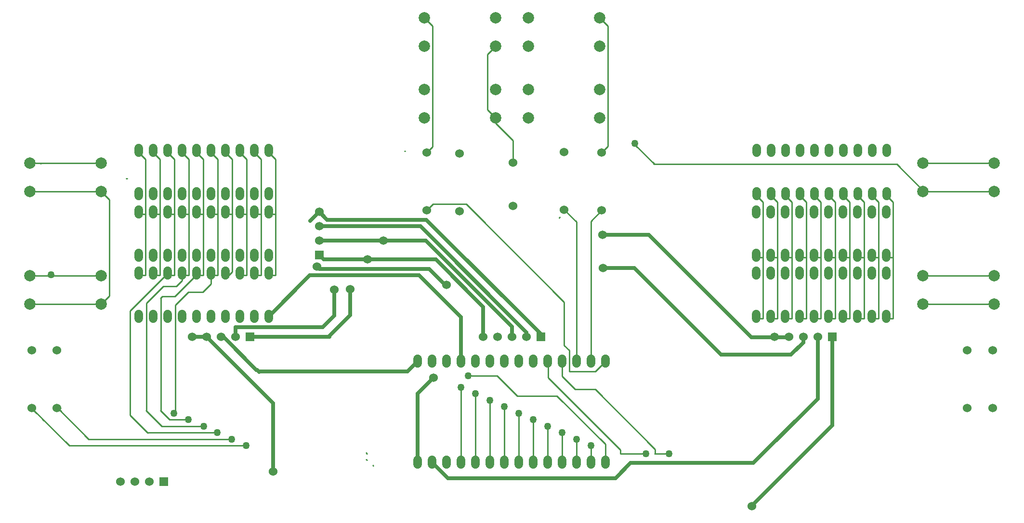
<source format=gbr>
G04 start of page 7 for group 5 idx 5 *
G04 Title: (unknown), bottom *
G04 Creator: pcb 20140316 *
G04 CreationDate: Thu 02 Mar 2017 04:20:42 AM GMT UTC *
G04 For: vince *
G04 Format: Gerber/RS-274X *
G04 PCB-Dimensions (mil): 6900.00 3900.00 *
G04 PCB-Coordinate-Origin: lower left *
%MOIN*%
%FSLAX25Y25*%
%LNBOTTOM*%
%ADD92C,0.0380*%
%ADD91C,0.0285*%
%ADD90C,0.0850*%
%ADD89C,0.1260*%
%ADD88C,0.0709*%
%ADD87C,0.1250*%
%ADD86C,0.0472*%
%ADD85C,0.0200*%
%ADD84C,0.0350*%
%ADD83C,0.0500*%
%ADD82C,0.0001*%
%ADD81C,0.0787*%
%ADD80C,0.0600*%
%ADD79C,0.0250*%
%ADD78C,0.0100*%
G54D78*X378000Y216800D02*X377500Y216300D01*
X381000Y222000D02*Y219800D01*
X399500Y214000D02*X407000Y221500D01*
X411243Y265743D02*X407000Y261500D01*
X430000Y268000D02*Y267000D01*
X443500Y253500D01*
X389500Y213500D02*X381000Y222000D01*
G54D79*X429500Y181500D02*X408000D01*
X439500Y204500D02*X407500D01*
G54D78*X405606Y354843D02*X411243Y349206D01*
Y265743D01*
X284394Y354843D02*X290031Y349206D01*
Y265531D01*
X333606Y285657D02*X327969Y291294D01*
Y329520D02*Y291294D01*
X333606Y335157D02*X327969Y329520D01*
X313200Y225700D02*X319100Y219800D01*
X290200Y225700D02*X286000Y221500D01*
X345500Y224500D03*
X319200Y219700D02*X319300D01*
X333606Y281720D02*X345500Y269827D01*
Y254500D02*Y269827D01*
X333606Y285657D02*Y281720D01*
Y285657D02*Y281720D01*
Y285657D02*Y281720D01*
X284394Y285657D02*X282157D01*
X399500Y117000D02*Y214000D01*
G54D79*X299500Y170000D02*X298500D01*
X287500Y181000D01*
X364750Y135750D02*X285500Y215000D01*
X364750Y133750D02*Y135750D01*
G54D78*X389500Y117000D02*Y213500D01*
X381000Y158000D02*Y128000D01*
X384500Y124500D01*
X319300Y219700D02*X381000Y158000D01*
G54D79*X292175Y187500D02*X325000Y154675D01*
X355000Y137025D02*X281525Y210500D01*
X345000Y140850D02*X285350Y200500D01*
X309500Y147500D02*X280500Y176500D01*
G54D78*X290031Y265531D02*X286000Y261500D01*
X270700Y262450D02*X270950D01*
X270700D02*X270950D01*
X270700D01*
G54D79*X325000Y154675D02*Y134000D01*
G54D78*X161200Y176500D02*X156500D01*
G54D79*X211500Y190500D02*X214500Y187500D01*
X280500Y176500D02*X205000D01*
X287500Y181000D02*X211500D01*
X214500Y187500D03*
G54D78*X313200Y225700D02*X290200D01*
G54D79*X285350Y200500D02*X211500D01*
X281525Y210500D02*X211500D01*
X285500Y215000D02*X217000D01*
X211500Y220500D01*
X292175Y187500D02*X214500D01*
X163500Y134000D02*X218500D01*
X218000D02*X233000Y149000D01*
Y166500D01*
X222000Y166000D02*Y148500D01*
X205000Y176500D02*X176500Y148000D01*
X222000Y148500D02*X214000Y140500D01*
G54D78*X339500Y47000D02*Y85500D01*
X349500Y47000D02*Y81000D01*
X359500Y47000D02*Y76500D01*
X369500Y47000D02*Y72000D01*
X399500Y47500D02*Y58500D01*
G54D79*X427000Y46500D02*X416500Y36000D01*
X300500D01*
X289500Y47000D01*
G54D78*X420000Y53000D02*Y55500D01*
X409500Y58500D02*Y59500D01*
X420000Y55500D02*X370000Y105500D01*
X402500Y97500D02*X388500D01*
X379500Y106500D01*
X376000Y93000D02*X348500D01*
X334500Y107000D01*
X314500D01*
X409500Y47000D02*Y59500D01*
X389500Y47000D02*Y50500D01*
Y47500D02*Y63000D01*
X379500Y47000D02*Y67500D01*
X384500Y124500D02*Y110000D01*
X379500Y106500D02*Y117000D01*
X384500Y110000D02*X402500D01*
X409500Y117000D01*
X400000Y58500D02*X399500Y58000D01*
X409500Y59500D02*X376000Y93000D01*
X437500Y53000D02*X420000D01*
X370000Y105500D02*Y116500D01*
X369500Y117000D01*
X518700Y189000D02*X514000D01*
X518700D02*Y146500D01*
X514000D01*
G54D79*X526000Y133500D02*X536000D01*
X536500Y134000D01*
X527000Y133500D02*X510500D01*
G54D78*X538700Y227064D02*Y189000D01*
X528700Y227064D02*Y189000D01*
X554106Y234657D02*Y233857D01*
Y234657D02*Y233857D01*
Y231657D02*Y233157D01*
Y231657D01*
X514106Y233157D02*Y231657D01*
X443000Y253500D02*X611157D01*
X514106Y234657D02*Y233157D01*
Y234657D02*Y233157D01*
X511606Y234657D02*X514106D01*
X511606D01*
X518700Y227064D02*X514106Y231657D01*
X518700Y227064D02*Y189000D01*
X608700D02*X604000D01*
X608700D02*Y146500D01*
X604000D01*
X598700Y189000D02*Y146500D01*
X594000D01*
X588700Y189000D02*Y146500D01*
X584000D01*
X578700Y189000D02*Y146500D01*
X574000D01*
X568700Y189000D02*Y146500D01*
G54D79*X556500Y134000D02*Y91000D01*
X566500Y134000D02*Y72500D01*
G54D78*X608700Y227064D02*X604106Y231657D01*
X598700Y227064D02*X594106Y231657D01*
X588700Y227064D02*X584106Y231657D01*
X578700Y227064D02*X574106Y231657D01*
X678606Y234657D02*X629394D01*
X629657D02*Y234843D01*
X608700Y227064D02*Y189000D01*
X598700D02*X594000D01*
X598700Y227064D02*Y189000D01*
X588700Y227064D02*Y189000D01*
X675788Y254343D02*X672969D01*
X675788D02*X672969D01*
X629394D01*
X611157Y253500D02*X630000Y234657D01*
X678606Y254343D02*X675788D01*
X678606D02*X675788D01*
X588700Y189000D02*X584000D01*
X578700D02*X574000D01*
X578700Y227064D02*Y189000D01*
X568700D02*X564000D01*
X568700Y227064D02*Y189000D01*
X558700Y227064D02*Y189000D01*
X548700Y227064D02*Y189000D01*
X568700Y146500D02*X564000D01*
X558700D02*X554000D01*
X548700D02*X544000D01*
X538700D02*X534000D01*
X528700D02*X524000D01*
G54D79*X538000Y121500D02*X489500D01*
G54D78*X558700Y189000D02*X554000D01*
X548700D02*X544000D01*
X538700D02*X534000D01*
X528700D02*X524000D01*
X558700D02*Y146500D01*
X548700Y189000D02*Y146500D01*
X538700Y189000D02*Y146500D01*
X528700Y189000D02*Y146500D01*
G54D79*X546500Y134000D02*Y130000D01*
X538000Y121500D01*
G54D78*X678343Y176343D02*X629394D01*
X678606Y156657D02*X629394D01*
G54D79*X489500Y121500D02*X429500Y181500D01*
X510500Y133500D02*X439500Y204500D01*
G54D78*X568700Y227064D02*X564106Y231657D01*
X558700Y227064D02*X554106Y231657D01*
X548700Y227064D02*X544106Y231657D01*
X554106Y233857D02*Y233157D01*
X538700Y227064D02*X534106Y231657D01*
X528700Y227064D02*X524106Y231657D01*
X564106Y233157D02*Y234657D01*
Y233157D01*
Y234657D02*Y233157D01*
Y231657D02*Y233157D01*
Y231657D01*
Y233157D01*
G54D79*X512000Y46500D02*X427000D01*
X556500Y91000D02*X512000Y46500D01*
X566500Y72500D02*X510500Y16500D01*
G54D78*X453500Y53000D02*X443500D01*
X444000D02*Y56000D01*
X402500Y97500D01*
G54D79*X355000Y137025D02*Y134000D01*
X345000Y140850D02*Y134000D01*
G54D78*X514106Y234657D02*X511606D01*
X381000Y222000D02*Y219800D01*
Y222000D02*Y219800D01*
X101200Y256800D02*X96500Y261500D01*
X101200Y256800D02*Y219000D01*
X111200Y256800D02*Y219000D01*
X121200D02*X116500D01*
X121200Y256800D02*Y219000D01*
X91200Y256800D02*X86500Y261500D01*
X171200Y219000D02*X166500D01*
X171200D02*Y176500D01*
X166500D01*
X181200Y219000D02*Y176500D01*
X176500D01*
X181200Y219000D03*
X176500D01*
G54D79*X211500Y220500D02*X205100Y214100D01*
X211500Y181000D02*X210000Y182500D01*
X211500Y200500D03*
G54D78*X111200Y256800D02*X106500Y261500D01*
X121200Y256800D02*X116500Y261500D01*
X131200Y256800D02*X126500Y261500D01*
X141200Y256800D02*X136500Y261500D01*
X106500D02*Y263000D01*
X131200Y219000D02*X126500D01*
X131200Y256800D02*Y219000D01*
X126500Y178000D02*Y177000D01*
X136500Y178000D02*X134500D01*
X151200Y256800D02*X146500Y261500D01*
X141200Y219000D02*X136500D01*
X141200Y256800D02*Y219000D01*
X151200D02*X146500D01*
X151200Y256800D02*Y219000D01*
X161200D02*X156500D01*
X161200Y256800D02*Y219000D01*
X156500Y264500D02*Y263000D01*
Y261500D02*Y263000D01*
Y261500D01*
X161200Y256800D02*X156500Y261500D01*
X181200Y256800D02*X176500Y261500D01*
X171200Y256800D02*X166500Y261500D01*
Y264500D02*Y263000D01*
Y261500D02*Y263000D01*
Y261500D01*
X171200Y256800D02*Y219000D01*
X181200Y256800D02*Y219000D01*
X101200D02*X96500D01*
X111200D02*X106500D01*
X101200D02*Y176500D01*
X96500D01*
X111200Y219000D02*Y176500D01*
X106500D01*
X91200Y219000D02*Y176500D01*
X91750Y157250D02*X103500Y169000D01*
X112500D01*
X151200Y219000D02*Y178850D01*
X161200Y219000D02*Y176500D01*
X146500D02*X148850D01*
X146500Y178000D01*
X148850Y176500D02*X146500D01*
X147400Y175600D01*
X148850Y176500D02*X147950Y175600D01*
X147400D02*X147950D01*
X146500Y178000D02*X148850Y179500D01*
X146500D01*
X151200Y178850D02*X148850Y176500D01*
X91200Y219000D02*X86500D01*
X91200Y256800D02*Y219000D01*
G54D79*X86500Y231500D02*X86325D01*
X86500Y233000D01*
X86325Y234500D01*
X86500D01*
G54D78*X78500Y243500D02*X78000D01*
X60606Y234657D02*X66243Y229020D01*
Y162294D01*
X94750Y166250D02*X80500Y152000D01*
X11394Y254343D02*X60606D01*
X19000Y254000D02*X18657Y254343D01*
X61000Y234657D02*X11394D01*
X121200Y219000D02*Y176500D01*
X131200Y219000D02*Y176500D01*
X141200Y219000D02*Y176500D01*
X121000Y165000D02*X131000D01*
X136500Y170500D01*
X121200Y176500D02*X116500D01*
X131200D02*X126500D01*
X141200D02*X136500D01*
Y170500D02*Y178000D01*
X111750Y155500D02*Y155750D01*
X121000Y165000D01*
X112500Y169000D02*X116500Y173000D01*
G54D79*X309500Y117000D02*Y147500D01*
X272500Y110000D02*X279500Y117000D01*
X169500Y110000D02*X272500D01*
X279500Y47000D02*Y94500D01*
X290500Y105500D01*
G54D78*X309500Y47000D02*Y99000D01*
X319500Y47000D02*Y94500D01*
X329500Y47000D02*Y90000D01*
G54D79*X179500Y88000D02*Y42000D01*
X180000Y41500D01*
G54D78*X106500Y178000D02*X94500Y166000D01*
X116500Y178000D02*Y173000D01*
X103000Y162000D02*X101500Y160500D01*
X126500Y177000D02*X111500Y162000D01*
X103000D01*
G54D79*X144250Y133250D02*X145750D01*
X153500Y134000D02*Y140500D01*
X213500D01*
X145750Y133250D02*X168000Y111000D01*
X168500D01*
X170000Y109500D01*
X133500Y134000D02*X179500Y88000D01*
G54D78*X108000Y76500D02*X101500Y83000D01*
X101750Y82750D02*Y160750D01*
X80500Y152000D02*Y79500D01*
X111750Y155750D02*Y81750D01*
X111000Y81000D01*
X91750Y157250D02*Y82750D01*
X102500Y72000D02*X91500Y83000D01*
X80500Y79500D02*X92500Y67500D01*
X93000D02*X92750Y67250D01*
X108000Y76500D02*X121000D01*
X131500Y72000D02*X103000D01*
X102750Y71750D01*
X141000Y67500D02*X93000D01*
X248500Y45000D02*X249000Y44500D01*
X244000Y49000D02*X244500Y48500D01*
X244000Y53500D02*X244500Y53000D01*
X91200Y176500D02*X86500D01*
X60606Y176343D02*X11394D01*
X66243Y162294D02*X60606Y156657D01*
X12500Y124500D02*X13000D01*
X61157Y156657D02*X11394D01*
X21000Y76000D02*X12500Y84500D01*
X30000D02*X32500D01*
X30000D02*X30500D01*
X38500Y58500D02*X13000Y84000D01*
X30500Y84500D02*X52000Y63000D01*
G54D79*X133500Y134000D02*X123500D01*
G54D78*X161000Y58500D02*X38500D01*
X52000Y63000D02*X151000D01*
G54D80*X604106Y263157D03*
X604000Y178000D03*
Y220500D03*
Y190500D03*
X594106Y263157D03*
X594000Y178000D03*
Y220500D03*
Y190500D03*
G54D81*X629394Y254343D03*
X678606D03*
X629394Y176343D03*
X678606D03*
G54D80*X574106Y263157D03*
X564106D03*
X554106D03*
X544106D03*
X534106D03*
X524106D03*
X514106D03*
Y233157D03*
X524106D03*
X534106D03*
X544106D03*
X554106D03*
X564106D03*
X574106D03*
X584106D03*
X594106D03*
X604106D03*
G54D81*X629394Y234657D03*
X678606D03*
X284394Y305343D03*
Y354843D03*
Y335157D03*
Y285657D03*
G54D80*X308500Y221000D03*
Y261000D03*
X286000Y221500D03*
Y261500D03*
G54D81*X333606Y305343D03*
Y285657D03*
X356394Y305343D03*
Y285657D03*
G54D80*X345500Y254500D03*
G54D81*X333606Y354843D03*
Y335157D03*
X356394Y354843D03*
X405606D03*
X356394Y335157D03*
X405606D03*
Y305343D03*
Y285657D03*
G54D80*X407000Y221500D03*
Y261500D03*
X381000Y262000D03*
Y222000D03*
X345500Y224500D03*
X584000Y178000D03*
X574000D03*
X564000D03*
X554000D03*
X544000D03*
X534000D03*
X524000D03*
X514000D03*
Y190500D03*
X524000D03*
X534000D03*
X544000D03*
X554000D03*
X564000D03*
X574000D03*
X584000D03*
X584106Y263157D03*
X584000Y220500D03*
X574000D03*
X564000D03*
X554000D03*
X544000D03*
X534000D03*
X524000D03*
X514000D03*
X156500Y233000D03*
Y220500D03*
X146500D03*
X166500Y233000D03*
Y220500D03*
X176500Y233000D03*
Y220500D03*
Y263000D03*
X166500D03*
X156500D03*
X211500Y220500D03*
X116500Y233000D03*
X126500D03*
X136500D03*
X146500D03*
X86500D03*
X96500D03*
X106500D03*
G54D81*X11394Y254343D03*
X60606D03*
X11394Y234657D03*
X60606D03*
G54D80*X146500Y263000D03*
X136500D03*
X126500D03*
X116500D03*
X106500D03*
X96500D03*
X86500D03*
X136500Y220500D03*
X126500D03*
X116500D03*
X106500D03*
X96500D03*
X86500D03*
X279500Y117000D03*
X289500D03*
X299500D03*
X309500D03*
X319500D03*
X329500D03*
X339500D03*
X349500D03*
X325000Y134000D03*
X335000D03*
X345000D03*
X355000D03*
G54D82*G36*
X362000Y137000D02*Y131000D01*
X368000D01*
Y137000D01*
X362000D01*
G37*
G54D80*X359500Y117000D03*
X369500D03*
X379500D03*
X389500D03*
X399500D03*
X409500D03*
Y47000D03*
X399500D03*
X389500D03*
X379500D03*
X369500D03*
X359500D03*
X349500D03*
X339500D03*
X329500D03*
X319500D03*
X309500D03*
X299500D03*
X289500D03*
X279500D03*
X526500Y134000D03*
X514000Y148000D03*
X524000D03*
X534000D03*
X536500Y134000D03*
X546500D03*
X556500D03*
G54D82*G36*
X563500Y137000D02*Y131000D01*
X569500D01*
Y137000D01*
X563500D01*
G37*
G54D80*X544000Y148000D03*
X554000D03*
X564000D03*
X574000D03*
X584000D03*
X594000D03*
X604000D03*
G54D81*X629394Y156657D03*
X678606D03*
G54D80*X677500Y84500D03*
Y124500D03*
X660000Y84500D03*
Y124500D03*
X86500Y190500D03*
X96500D03*
X106500D03*
G54D82*G36*
X101000Y36500D02*Y30500D01*
X107000D01*
Y36500D01*
X101000D01*
G37*
G54D80*X94000Y33500D03*
X84000D03*
X74000D03*
G54D81*X11394Y176343D03*
X60606D03*
Y156657D03*
X11394D03*
G54D80*X30000Y84500D03*
Y124500D03*
X12500Y84500D03*
Y124500D03*
X116500Y190500D03*
X126500D03*
X136500D03*
X146500Y178000D03*
X136500D03*
X126500D03*
X116500D03*
X106500D03*
X96500D03*
X86500D03*
G54D82*G36*
X208500Y193500D02*Y187500D01*
X214500D01*
Y193500D01*
X208500D01*
G37*
G54D80*X211500Y200500D03*
Y210500D03*
X146500Y190500D03*
X156500D03*
Y178000D03*
Y148000D03*
X166500D03*
X176500D03*
X166500Y190500D03*
X176500D03*
Y178000D03*
X166500D03*
X86500Y148000D03*
X96500D03*
X106500D03*
X116500D03*
X126500D03*
X123500Y134000D03*
X136500Y148000D03*
X146500D03*
X133500Y134000D03*
X143500D03*
X153500D03*
G54D82*G36*
X160500Y137000D02*Y131000D01*
X166500D01*
Y137000D01*
X160500D01*
G37*
G54D80*X86500Y192000D02*Y189000D01*
X96500Y192000D02*Y189000D01*
X106500Y192000D02*Y189000D01*
X116500Y192000D02*Y189000D01*
X86500Y149500D02*Y146500D01*
X96500Y149500D02*Y146500D01*
X106500Y149500D02*Y146500D01*
X116500Y149500D02*Y146500D01*
X126500Y149500D02*Y146500D01*
X136500Y149500D02*Y146500D01*
X146500Y149500D02*Y146500D01*
X126500Y192000D02*Y189000D01*
X136500Y192000D02*Y189000D01*
X146500Y192000D02*Y189000D01*
Y179500D02*Y176500D01*
X136500Y179500D02*Y176500D01*
X126500Y179500D02*Y176500D01*
X116500Y179500D02*Y176500D01*
X106500Y179500D02*Y176500D01*
X96500Y179500D02*Y176500D01*
X86500Y179500D02*Y176500D01*
X156500Y192000D02*Y189000D01*
X166500Y192000D02*Y189000D01*
X176500Y192000D02*Y189000D01*
Y179500D02*Y176500D01*
X166500Y179500D02*Y176500D01*
X156500Y179500D02*Y176500D01*
Y149500D02*Y146500D01*
X166500Y149500D02*Y146500D01*
X176500Y149500D02*Y146500D01*
X146500Y234500D02*Y231500D01*
Y222000D02*Y219000D01*
X156500Y234500D02*Y231500D01*
X166500Y234500D02*Y231500D01*
X176500Y222000D02*Y219000D01*
X166500Y222000D02*Y219000D01*
X156500Y222000D02*Y219000D01*
X106500Y234500D02*Y231500D01*
X116500Y234500D02*Y231500D01*
X86500Y234500D02*Y231500D01*
X96500Y234500D02*Y231500D01*
X126500Y234500D02*Y231500D01*
X176500Y234500D02*Y231500D01*
Y264500D02*Y261500D01*
X166500Y264500D02*Y261500D01*
X156500Y264500D02*Y261500D01*
X146500Y264500D02*Y261500D01*
X136500Y264500D02*Y261500D01*
X126500Y264500D02*Y261500D01*
X116500Y264500D02*Y261500D01*
X106500Y264500D02*Y261500D01*
X96500Y264500D02*Y261500D01*
X86500Y264500D02*Y261500D01*
X136500Y234500D02*Y231500D01*
Y222000D02*Y219000D01*
X126500Y222000D02*Y219000D01*
X116500Y222000D02*Y219000D01*
X106500Y222000D02*Y219000D01*
X96500Y222000D02*Y219000D01*
X86500Y222000D02*Y219000D01*
X604106Y264657D02*Y261657D01*
X594106Y264657D02*Y261657D01*
X584106Y264657D02*Y261657D01*
X574106Y264657D02*Y261657D01*
X564106Y264657D02*Y261657D01*
X554106Y264657D02*Y261657D01*
X544106Y264657D02*Y261657D01*
X534106Y264657D02*Y261657D01*
X524106Y264657D02*Y261657D01*
X514106Y264657D02*Y261657D01*
Y234657D02*Y231657D01*
X524106Y234657D02*Y231657D01*
X534106Y234657D02*Y231657D01*
X544106Y234657D02*Y231657D01*
X554106Y234657D02*Y231657D01*
X564106Y234657D02*Y231657D01*
X574106Y234657D02*Y231657D01*
X574000Y222000D02*Y219000D01*
X564000Y222000D02*Y219000D01*
X554000Y222000D02*Y219000D01*
X544000Y222000D02*Y219000D01*
X534000Y222000D02*Y219000D01*
X524000Y222000D02*Y219000D01*
X514000Y222000D02*Y219000D01*
X584106Y234657D02*Y231657D01*
X594106Y234657D02*Y231657D01*
X604106Y234657D02*Y231657D01*
X604000Y222000D02*Y219000D01*
X594000Y222000D02*Y219000D01*
X584000Y222000D02*Y219000D01*
X279500Y118500D02*Y115500D01*
X289500Y118500D02*Y115500D01*
X299500Y118500D02*Y115500D01*
X309500Y118500D02*Y115500D01*
X319500Y118500D02*Y115500D01*
X329500Y118500D02*Y115500D01*
X339500Y118500D02*Y115500D01*
X349500Y118500D02*Y115500D01*
X359500Y118500D02*Y115500D01*
X369500Y118500D02*Y115500D01*
X379500Y118500D02*Y115500D01*
X389500Y118500D02*Y115500D01*
X399500Y118500D02*Y115500D01*
X409500Y118500D02*Y115500D01*
Y48500D02*Y45500D01*
X399500Y48500D02*Y45500D01*
X389500Y48500D02*Y45500D01*
X379500Y48500D02*Y45500D01*
X369500Y48500D02*Y45500D01*
X359500Y48500D02*Y45500D01*
X349500Y48500D02*Y45500D01*
X339500Y48500D02*Y45500D01*
X329500Y48500D02*Y45500D01*
X319500Y48500D02*Y45500D01*
X309500Y48500D02*Y45500D01*
X299500Y48500D02*Y45500D01*
X289500Y48500D02*Y45500D01*
X279500Y48500D02*Y45500D01*
X604000Y179500D02*Y176500D01*
X594000Y179500D02*Y176500D01*
X584000Y179500D02*Y176500D01*
X574000Y179500D02*Y176500D01*
X564000Y179500D02*Y176500D01*
X554000Y179500D02*Y176500D01*
Y192000D02*Y189000D01*
X564000Y192000D02*Y189000D01*
X574000Y192000D02*Y189000D01*
X584000Y192000D02*Y189000D01*
X594000Y192000D02*Y189000D01*
X604000Y192000D02*Y189000D01*
X514000Y179500D02*Y176500D01*
Y149500D02*Y146500D01*
X524000Y149500D02*Y146500D01*
X534000Y149500D02*Y146500D01*
X544000Y149500D02*Y146500D01*
X554000Y149500D02*Y146500D01*
X564000Y149500D02*Y146500D01*
X574000Y149500D02*Y146500D01*
X584000Y149500D02*Y146500D01*
X594000Y149500D02*Y146500D01*
X604000Y149500D02*Y146500D01*
X544000Y179500D02*Y176500D01*
Y192000D02*Y189000D01*
X534000Y179500D02*Y176500D01*
X524000Y179500D02*Y176500D01*
X514000Y192000D02*Y189000D01*
X524000Y192000D02*Y189000D01*
X534000Y192000D02*Y189000D01*
X210000Y182500D03*
X222000Y166500D03*
G54D83*X26000Y177000D03*
G54D80*X233000Y167000D03*
X245000Y187500D03*
X256000Y200500D03*
G54D83*X430000Y268000D03*
G54D80*X511000Y16500D03*
G54D83*X437500Y53000D03*
X453500D03*
X309500Y99000D03*
X319500Y94500D03*
G54D80*X290500Y105500D03*
G54D83*X314500Y107000D03*
X339500Y85500D03*
X349500Y81000D03*
X359500Y76500D03*
X369500Y72000D03*
G54D80*X299500Y170000D03*
X408000Y181500D03*
X407500Y204500D03*
G54D83*X329500Y90000D03*
X379500Y67500D03*
X389500Y63000D03*
X399500Y58500D03*
X111000Y81000D03*
X121000Y76500D03*
X131500Y72000D03*
X141000Y67500D03*
X151000Y63000D03*
X161000Y58500D03*
G54D80*X179500Y40500D03*
G54D84*G54D85*G54D84*G54D85*G54D84*G54D85*G54D84*G54D85*G54D84*G54D85*G54D84*G54D86*G54D87*G54D88*G54D89*G54D86*G54D88*G54D84*G54D90*G54D84*G54D86*G54D88*G54D86*G54D88*G54D86*G54D88*G54D86*G54D88*G54D91*G54D87*G54D86*G54D91*G54D89*G54D86*G54D88*G54D87*G54D88*G54D86*G54D88*G54D86*G54D88*G54D91*G54D87*G54D91*G54D84*G54D92*G54D90*G54D87*G54D84*G54D86*G54D88*G54D87*G54D86*G54D88*G54D86*G54D84*G54D90*G54D92*G54D84*G54D90*G54D84*G54D90*G54D84*G54D90*G54D92*G54D84*G54D92*G54D90*G54D84*G54D90*G54D84*G54D86*G54D88*G54D91*G54D90*G54D89*G54D84*G54D92*G54D86*G54D88*G54D89*G54D86*G54D90*G54D86*G54D88*G54D91*G54D84*G54D92*G54D84*G54D89*G54D84*G54D92*G54D84*G54D92*G54D90*M02*

</source>
